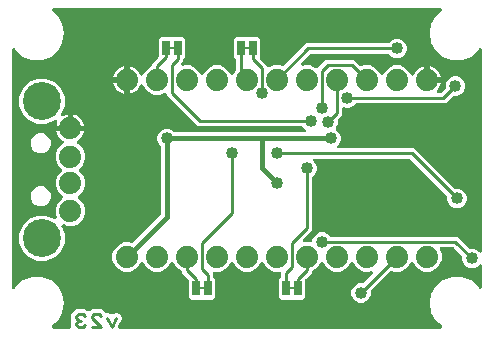
<source format=gbr>
G04 EAGLE Gerber RS-274X export*
G75*
%MOMM*%
%FSLAX34Y34*%
%LPD*%
%INBottom Copper*%
%IPPOS*%
%AMOC8*
5,1,8,0,0,1.08239X$1,22.5*%
G01*
%ADD10C,0.279400*%
%ADD11C,1.879600*%
%ADD12C,0.203200*%
%ADD13R,0.635000X1.270000*%
%ADD14C,3.216000*%
%ADD15C,1.016000*%
%ADD16C,0.254000*%
%ADD17C,0.406400*%

G36*
X52819Y4068D02*
X52819Y4068D01*
X52845Y4066D01*
X52992Y4088D01*
X53139Y4105D01*
X53164Y4113D01*
X53190Y4117D01*
X53328Y4172D01*
X53467Y4222D01*
X53489Y4236D01*
X53514Y4246D01*
X53635Y4331D01*
X53760Y4411D01*
X53778Y4430D01*
X53800Y4445D01*
X53899Y4555D01*
X54002Y4662D01*
X54016Y4684D01*
X54033Y4704D01*
X54105Y4834D01*
X54181Y4961D01*
X54189Y4986D01*
X54202Y5009D01*
X54242Y5152D01*
X54287Y5293D01*
X54289Y5319D01*
X54297Y5344D01*
X54316Y5588D01*
X54316Y16582D01*
X58827Y21092D01*
X66323Y21092D01*
X68047Y19369D01*
X68067Y19353D01*
X68084Y19333D01*
X68204Y19245D01*
X68320Y19152D01*
X68343Y19141D01*
X68365Y19126D01*
X68501Y19067D01*
X68635Y19004D01*
X68661Y18998D01*
X68685Y18988D01*
X68831Y18961D01*
X68976Y18930D01*
X69002Y18931D01*
X69028Y18926D01*
X69176Y18934D01*
X69324Y18936D01*
X69349Y18943D01*
X69376Y18944D01*
X69518Y18985D01*
X69662Y19021D01*
X69685Y19033D01*
X69711Y19040D01*
X69840Y19113D01*
X69972Y19181D01*
X69992Y19198D01*
X70015Y19211D01*
X70201Y19369D01*
X71924Y21092D01*
X79421Y21092D01*
X82682Y17831D01*
X82784Y17750D01*
X82881Y17663D01*
X82920Y17642D01*
X82955Y17615D01*
X83072Y17559D01*
X83187Y17496D01*
X83230Y17485D01*
X83270Y17466D01*
X83397Y17438D01*
X83523Y17403D01*
X83567Y17402D01*
X83611Y17392D01*
X83741Y17394D01*
X83871Y17389D01*
X83915Y17397D01*
X83959Y17398D01*
X84085Y17430D01*
X84213Y17454D01*
X84265Y17475D01*
X84297Y17483D01*
X84341Y17506D01*
X84440Y17546D01*
X84615Y17633D01*
X88288Y16409D01*
X88306Y16405D01*
X88323Y16398D01*
X88476Y16370D01*
X88629Y16338D01*
X88648Y16338D01*
X88666Y16335D01*
X88822Y16342D01*
X88978Y16345D01*
X88995Y16350D01*
X89014Y16351D01*
X89251Y16409D01*
X92924Y17633D01*
X96218Y15986D01*
X97383Y12492D01*
X94271Y6269D01*
X94261Y6241D01*
X94246Y6215D01*
X94202Y6078D01*
X94152Y5942D01*
X94149Y5912D01*
X94139Y5883D01*
X94128Y5739D01*
X94111Y5596D01*
X94114Y5566D01*
X94111Y5536D01*
X94133Y5393D01*
X94149Y5249D01*
X94159Y5221D01*
X94163Y5191D01*
X94216Y5057D01*
X94264Y4921D01*
X94281Y4895D01*
X94292Y4867D01*
X94374Y4749D01*
X94452Y4627D01*
X94474Y4606D01*
X94491Y4581D01*
X94598Y4484D01*
X94701Y4383D01*
X94727Y4368D01*
X94750Y4348D01*
X94876Y4278D01*
X95000Y4203D01*
X95028Y4194D01*
X95055Y4179D01*
X95194Y4140D01*
X95331Y4095D01*
X95361Y4093D01*
X95390Y4084D01*
X95634Y4065D01*
X367072Y4065D01*
X367237Y4084D01*
X367403Y4101D01*
X367410Y4104D01*
X367418Y4105D01*
X367575Y4161D01*
X367732Y4215D01*
X367738Y4219D01*
X367746Y4222D01*
X367886Y4312D01*
X368027Y4401D01*
X368032Y4407D01*
X368039Y4411D01*
X368154Y4531D01*
X368271Y4649D01*
X368275Y4656D01*
X368281Y4662D01*
X368366Y4805D01*
X368453Y4947D01*
X368456Y4954D01*
X368460Y4961D01*
X368510Y5118D01*
X368563Y5278D01*
X368564Y5285D01*
X368566Y5293D01*
X368579Y5458D01*
X368594Y5625D01*
X368593Y5632D01*
X368594Y5640D01*
X368569Y5805D01*
X368546Y5970D01*
X368543Y5977D01*
X368542Y5985D01*
X368481Y6140D01*
X368421Y6295D01*
X368416Y6301D01*
X368413Y6309D01*
X368319Y6445D01*
X368225Y6583D01*
X368218Y6590D01*
X368215Y6595D01*
X368195Y6612D01*
X368051Y6755D01*
X363415Y10644D01*
X359429Y17549D01*
X358044Y25400D01*
X359429Y33251D01*
X363415Y40155D01*
X369522Y45280D01*
X377014Y48007D01*
X384986Y48007D01*
X392478Y45280D01*
X398585Y40156D01*
X399493Y38583D01*
X399567Y38482D01*
X399635Y38377D01*
X399671Y38343D01*
X399700Y38303D01*
X399796Y38222D01*
X399886Y38135D01*
X399928Y38110D01*
X399966Y38078D01*
X400078Y38021D01*
X400185Y37956D01*
X400232Y37941D01*
X400276Y37919D01*
X400398Y37888D01*
X400517Y37850D01*
X400566Y37846D01*
X400615Y37834D01*
X400740Y37832D01*
X400864Y37822D01*
X400913Y37830D01*
X400963Y37829D01*
X401085Y37855D01*
X401209Y37874D01*
X401255Y37892D01*
X401304Y37903D01*
X401417Y37956D01*
X401533Y38003D01*
X401573Y38031D01*
X401618Y38052D01*
X401716Y38130D01*
X401819Y38202D01*
X401852Y38238D01*
X401891Y38269D01*
X401969Y38368D01*
X402052Y38460D01*
X402076Y38504D01*
X402107Y38543D01*
X402160Y38656D01*
X402221Y38765D01*
X402234Y38813D01*
X402256Y38858D01*
X402282Y38980D01*
X402316Y39101D01*
X402321Y39163D01*
X402328Y39199D01*
X402327Y39247D01*
X402335Y39345D01*
X402335Y56962D01*
X402324Y57062D01*
X402322Y57162D01*
X402304Y57234D01*
X402295Y57308D01*
X402262Y57403D01*
X402237Y57500D01*
X402203Y57566D01*
X402178Y57636D01*
X402123Y57721D01*
X402077Y57810D01*
X402029Y57867D01*
X401989Y57929D01*
X401917Y57999D01*
X401852Y58075D01*
X401792Y58120D01*
X401738Y58171D01*
X401652Y58223D01*
X401571Y58283D01*
X401503Y58312D01*
X401439Y58350D01*
X401343Y58381D01*
X401251Y58421D01*
X401178Y58434D01*
X401107Y58456D01*
X401007Y58465D01*
X400908Y58482D01*
X400834Y58478D01*
X400760Y58484D01*
X400660Y58470D01*
X400560Y58464D01*
X400489Y58444D01*
X400415Y58433D01*
X400322Y58396D01*
X400225Y58368D01*
X400160Y58331D01*
X400091Y58304D01*
X400009Y58247D01*
X399921Y58198D01*
X399845Y58132D01*
X399805Y58105D01*
X399781Y58079D01*
X399735Y58039D01*
X398305Y56609D01*
X395317Y55371D01*
X392083Y55371D01*
X389095Y56609D01*
X386809Y58895D01*
X385571Y61883D01*
X385571Y64890D01*
X385557Y65016D01*
X385550Y65142D01*
X385537Y65188D01*
X385531Y65236D01*
X385489Y65355D01*
X385454Y65477D01*
X385430Y65519D01*
X385414Y65564D01*
X385345Y65671D01*
X385284Y65781D01*
X385244Y65827D01*
X385225Y65857D01*
X385190Y65891D01*
X385125Y65967D01*
X378387Y72705D01*
X378288Y72784D01*
X378194Y72868D01*
X378152Y72892D01*
X378114Y72922D01*
X378000Y72976D01*
X377889Y73037D01*
X377843Y73050D01*
X377799Y73071D01*
X377676Y73097D01*
X377554Y73132D01*
X377493Y73137D01*
X377458Y73144D01*
X377410Y73143D01*
X377310Y73151D01*
X367880Y73151D01*
X367731Y73134D01*
X367581Y73122D01*
X367558Y73114D01*
X367534Y73111D01*
X367393Y73061D01*
X367249Y73015D01*
X367229Y73002D01*
X367206Y72994D01*
X367079Y72912D01*
X366951Y72835D01*
X366934Y72818D01*
X366913Y72805D01*
X366809Y72697D01*
X366701Y72592D01*
X366688Y72572D01*
X366671Y72554D01*
X366594Y72425D01*
X366513Y72299D01*
X366505Y72276D01*
X366492Y72255D01*
X366446Y72112D01*
X366396Y71970D01*
X366393Y71946D01*
X366386Y71923D01*
X366374Y71774D01*
X366357Y71624D01*
X366360Y71600D01*
X366358Y71576D01*
X366380Y71427D01*
X366398Y71278D01*
X366407Y71250D01*
X366410Y71231D01*
X366427Y71187D01*
X366473Y71045D01*
X368047Y67246D01*
X368047Y62294D01*
X366152Y57719D01*
X362651Y54218D01*
X358076Y52323D01*
X353124Y52323D01*
X348549Y54218D01*
X345048Y57719D01*
X344307Y59508D01*
X344271Y59573D01*
X344252Y59622D01*
X344239Y59640D01*
X344219Y59688D01*
X344174Y59748D01*
X344138Y59813D01*
X344071Y59887D01*
X344011Y59968D01*
X343954Y60016D01*
X343904Y60071D01*
X343821Y60128D01*
X343745Y60193D01*
X343678Y60227D01*
X343617Y60269D01*
X343524Y60306D01*
X343434Y60352D01*
X343362Y60370D01*
X343293Y60397D01*
X343194Y60412D01*
X343096Y60436D01*
X343022Y60437D01*
X342948Y60448D01*
X342848Y60439D01*
X342748Y60441D01*
X342675Y60425D01*
X342601Y60419D01*
X342505Y60388D01*
X342407Y60367D01*
X342340Y60335D01*
X342269Y60312D01*
X342183Y60260D01*
X342092Y60217D01*
X342034Y60170D01*
X341971Y60132D01*
X341898Y60062D01*
X341820Y59999D01*
X341774Y59941D01*
X341721Y59889D01*
X341682Y59829D01*
X341681Y59828D01*
X341677Y59821D01*
X341666Y59805D01*
X341604Y59726D01*
X341558Y59636D01*
X341532Y59596D01*
X341520Y59562D01*
X341510Y59542D01*
X341502Y59529D01*
X341500Y59523D01*
X341493Y59508D01*
X340752Y57719D01*
X337251Y54218D01*
X332676Y52323D01*
X327724Y52323D01*
X325933Y53065D01*
X325859Y53086D01*
X325789Y53117D01*
X325692Y53134D01*
X325598Y53161D01*
X325521Y53165D01*
X325446Y53178D01*
X325348Y53173D01*
X325250Y53178D01*
X325174Y53164D01*
X325098Y53160D01*
X325004Y53133D01*
X324907Y53115D01*
X324836Y53085D01*
X324763Y53064D01*
X324677Y53016D01*
X324587Y52977D01*
X324526Y52931D01*
X324459Y52894D01*
X324345Y52797D01*
X324307Y52769D01*
X324295Y52754D01*
X324273Y52735D01*
X308295Y36757D01*
X308216Y36658D01*
X308132Y36564D01*
X308108Y36522D01*
X308078Y36484D01*
X308024Y36370D01*
X307963Y36259D01*
X307950Y36213D01*
X307929Y36169D01*
X307903Y36046D01*
X307868Y35924D01*
X307863Y35863D01*
X307856Y35828D01*
X307857Y35780D01*
X307849Y35680D01*
X307849Y32673D01*
X306611Y29685D01*
X304325Y27399D01*
X301337Y26161D01*
X298103Y26161D01*
X295115Y27399D01*
X292829Y29685D01*
X291591Y32673D01*
X291591Y35907D01*
X292829Y38895D01*
X295115Y41181D01*
X298103Y42419D01*
X301110Y42419D01*
X301236Y42433D01*
X301362Y42440D01*
X301408Y42453D01*
X301456Y42459D01*
X301575Y42501D01*
X301697Y42536D01*
X301739Y42560D01*
X301785Y42576D01*
X301891Y42645D01*
X302001Y42706D01*
X302047Y42746D01*
X302077Y42765D01*
X302111Y42800D01*
X302187Y42865D01*
X309321Y49998D01*
X309352Y50038D01*
X309389Y50072D01*
X309460Y50174D01*
X309537Y50271D01*
X309559Y50317D01*
X309587Y50358D01*
X309633Y50474D01*
X309686Y50586D01*
X309697Y50636D01*
X309715Y50682D01*
X309733Y50806D01*
X309760Y50927D01*
X309759Y50977D01*
X309766Y51027D01*
X309756Y51152D01*
X309754Y51276D01*
X309741Y51324D01*
X309737Y51375D01*
X309699Y51493D01*
X309669Y51614D01*
X309646Y51658D01*
X309630Y51706D01*
X309566Y51813D01*
X309509Y51923D01*
X309476Y51962D01*
X309450Y52005D01*
X309364Y52094D01*
X309283Y52189D01*
X309243Y52219D01*
X309208Y52255D01*
X309103Y52322D01*
X309003Y52396D01*
X308957Y52416D01*
X308914Y52443D01*
X308797Y52485D01*
X308683Y52534D01*
X308633Y52543D01*
X308586Y52560D01*
X308462Y52574D01*
X308340Y52596D01*
X308290Y52593D01*
X308240Y52599D01*
X308116Y52584D01*
X307992Y52578D01*
X307943Y52564D01*
X307893Y52558D01*
X307661Y52483D01*
X307657Y52481D01*
X307276Y52323D01*
X302324Y52323D01*
X297749Y54218D01*
X294248Y57719D01*
X293507Y59508D01*
X293471Y59573D01*
X293452Y59622D01*
X293439Y59640D01*
X293419Y59688D01*
X293374Y59748D01*
X293338Y59813D01*
X293271Y59887D01*
X293211Y59968D01*
X293154Y60016D01*
X293104Y60071D01*
X293021Y60128D01*
X292945Y60193D01*
X292878Y60227D01*
X292817Y60269D01*
X292724Y60306D01*
X292634Y60352D01*
X292562Y60370D01*
X292493Y60397D01*
X292394Y60412D01*
X292296Y60436D01*
X292222Y60437D01*
X292148Y60448D01*
X292048Y60439D01*
X291948Y60441D01*
X291875Y60425D01*
X291801Y60419D01*
X291705Y60388D01*
X291607Y60367D01*
X291540Y60335D01*
X291469Y60312D01*
X291383Y60260D01*
X291292Y60217D01*
X291234Y60170D01*
X291171Y60132D01*
X291098Y60062D01*
X291020Y59999D01*
X290974Y59941D01*
X290921Y59889D01*
X290882Y59829D01*
X290881Y59828D01*
X290877Y59821D01*
X290866Y59805D01*
X290804Y59726D01*
X290758Y59636D01*
X290732Y59596D01*
X290720Y59562D01*
X290710Y59542D01*
X290702Y59529D01*
X290700Y59523D01*
X290693Y59508D01*
X289952Y57719D01*
X286451Y54218D01*
X281876Y52323D01*
X276924Y52323D01*
X272349Y54218D01*
X268848Y57719D01*
X268107Y59508D01*
X268071Y59573D01*
X268052Y59622D01*
X268039Y59640D01*
X268019Y59688D01*
X267974Y59748D01*
X267938Y59813D01*
X267871Y59887D01*
X267811Y59968D01*
X267754Y60016D01*
X267704Y60071D01*
X267621Y60128D01*
X267545Y60193D01*
X267478Y60227D01*
X267417Y60269D01*
X267324Y60306D01*
X267234Y60352D01*
X267162Y60370D01*
X267093Y60397D01*
X266994Y60412D01*
X266896Y60436D01*
X266822Y60437D01*
X266748Y60448D01*
X266648Y60439D01*
X266548Y60441D01*
X266475Y60425D01*
X266401Y60419D01*
X266305Y60388D01*
X266207Y60367D01*
X266140Y60335D01*
X266069Y60312D01*
X265983Y60260D01*
X265892Y60217D01*
X265834Y60170D01*
X265771Y60132D01*
X265698Y60062D01*
X265620Y59999D01*
X265574Y59941D01*
X265521Y59889D01*
X265482Y59829D01*
X265481Y59828D01*
X265477Y59821D01*
X265466Y59805D01*
X265404Y59726D01*
X265358Y59636D01*
X265332Y59596D01*
X265320Y59562D01*
X265310Y59542D01*
X265302Y59529D01*
X265300Y59523D01*
X265293Y59508D01*
X264552Y57719D01*
X261051Y54218D01*
X259259Y53476D01*
X259192Y53439D01*
X259121Y53411D01*
X259041Y53355D01*
X258954Y53307D01*
X258898Y53255D01*
X258835Y53212D01*
X258769Y53139D01*
X258696Y53073D01*
X258653Y53010D01*
X258602Y52953D01*
X258554Y52867D01*
X258498Y52786D01*
X258470Y52715D01*
X258433Y52648D01*
X258406Y52553D01*
X258370Y52462D01*
X258359Y52386D01*
X258338Y52313D01*
X258326Y52164D01*
X258319Y52117D01*
X258321Y52098D01*
X258319Y52069D01*
X258319Y51551D01*
X253050Y46282D01*
X252971Y46183D01*
X252887Y46089D01*
X252863Y46047D01*
X252833Y46009D01*
X252779Y45895D01*
X252718Y45784D01*
X252705Y45738D01*
X252684Y45694D01*
X252658Y45571D01*
X252647Y45533D01*
X252633Y45488D01*
X252632Y45479D01*
X252623Y45449D01*
X252618Y45388D01*
X252611Y45353D01*
X252612Y45305D01*
X252604Y45205D01*
X252604Y30487D01*
X250818Y28701D01*
X241467Y28701D01*
X241448Y28705D01*
X241421Y28705D01*
X241394Y28710D01*
X241247Y28702D01*
X241217Y28701D01*
X231782Y28701D01*
X229996Y30487D01*
X229996Y45713D01*
X231455Y47172D01*
X231519Y47252D01*
X231578Y47313D01*
X231589Y47332D01*
X231618Y47365D01*
X231642Y47407D01*
X231672Y47445D01*
X231726Y47559D01*
X231738Y47581D01*
X231756Y47612D01*
X231758Y47618D01*
X231787Y47670D01*
X231800Y47716D01*
X231821Y47760D01*
X231847Y47883D01*
X231882Y48005D01*
X231887Y48066D01*
X231894Y48100D01*
X231893Y48148D01*
X231901Y48249D01*
X231901Y50800D01*
X231898Y50826D01*
X231900Y50852D01*
X231878Y50999D01*
X231861Y51146D01*
X231853Y51171D01*
X231849Y51197D01*
X231794Y51335D01*
X231744Y51474D01*
X231730Y51496D01*
X231720Y51521D01*
X231635Y51642D01*
X231555Y51767D01*
X231536Y51785D01*
X231521Y51807D01*
X231411Y51906D01*
X231304Y52009D01*
X231282Y52023D01*
X231262Y52040D01*
X231132Y52112D01*
X231005Y52188D01*
X230980Y52196D01*
X230957Y52209D01*
X230814Y52249D01*
X230673Y52294D01*
X230647Y52296D01*
X230622Y52304D01*
X230378Y52323D01*
X226124Y52323D01*
X221549Y54218D01*
X218048Y57719D01*
X217307Y59508D01*
X217271Y59573D01*
X217252Y59622D01*
X217239Y59640D01*
X217219Y59688D01*
X217174Y59748D01*
X217138Y59813D01*
X217071Y59887D01*
X217011Y59968D01*
X216954Y60016D01*
X216904Y60071D01*
X216821Y60128D01*
X216745Y60193D01*
X216678Y60227D01*
X216617Y60269D01*
X216524Y60306D01*
X216434Y60352D01*
X216362Y60370D01*
X216293Y60397D01*
X216194Y60412D01*
X216096Y60436D01*
X216022Y60437D01*
X215948Y60448D01*
X215848Y60439D01*
X215748Y60441D01*
X215675Y60425D01*
X215601Y60419D01*
X215505Y60388D01*
X215407Y60367D01*
X215340Y60335D01*
X215269Y60312D01*
X215183Y60260D01*
X215092Y60217D01*
X215034Y60170D01*
X214971Y60132D01*
X214898Y60062D01*
X214820Y59999D01*
X214774Y59941D01*
X214721Y59889D01*
X214682Y59829D01*
X214681Y59828D01*
X214677Y59821D01*
X214666Y59805D01*
X214604Y59726D01*
X214558Y59636D01*
X214532Y59596D01*
X214520Y59562D01*
X214510Y59542D01*
X214502Y59529D01*
X214500Y59523D01*
X214493Y59508D01*
X213752Y57719D01*
X210251Y54218D01*
X205676Y52323D01*
X200724Y52323D01*
X196149Y54218D01*
X192648Y57719D01*
X191907Y59508D01*
X191871Y59573D01*
X191852Y59622D01*
X191839Y59640D01*
X191819Y59688D01*
X191774Y59748D01*
X191738Y59813D01*
X191671Y59887D01*
X191611Y59968D01*
X191554Y60016D01*
X191504Y60071D01*
X191421Y60128D01*
X191345Y60193D01*
X191278Y60227D01*
X191217Y60269D01*
X191124Y60306D01*
X191034Y60352D01*
X190962Y60370D01*
X190893Y60397D01*
X190794Y60412D01*
X190696Y60436D01*
X190622Y60437D01*
X190548Y60448D01*
X190448Y60439D01*
X190348Y60441D01*
X190275Y60425D01*
X190201Y60419D01*
X190105Y60388D01*
X190007Y60367D01*
X189940Y60335D01*
X189869Y60312D01*
X189783Y60260D01*
X189692Y60217D01*
X189634Y60170D01*
X189571Y60132D01*
X189498Y60062D01*
X189420Y59999D01*
X189374Y59941D01*
X189321Y59889D01*
X189282Y59829D01*
X189281Y59828D01*
X189277Y59821D01*
X189266Y59805D01*
X189204Y59726D01*
X189158Y59636D01*
X189132Y59596D01*
X189120Y59562D01*
X189110Y59542D01*
X189102Y59529D01*
X189100Y59523D01*
X189093Y59508D01*
X188352Y57719D01*
X184851Y54218D01*
X180276Y52323D01*
X176022Y52323D01*
X175996Y52320D01*
X175970Y52322D01*
X175823Y52300D01*
X175676Y52283D01*
X175651Y52275D01*
X175625Y52271D01*
X175487Y52216D01*
X175348Y52166D01*
X175326Y52152D01*
X175301Y52142D01*
X175180Y52057D01*
X175055Y51977D01*
X175037Y51958D01*
X175015Y51943D01*
X174916Y51833D01*
X174813Y51726D01*
X174799Y51704D01*
X174782Y51684D01*
X174710Y51554D01*
X174634Y51427D01*
X174626Y51402D01*
X174613Y51379D01*
X174573Y51236D01*
X174528Y51095D01*
X174526Y51069D01*
X174518Y51044D01*
X174499Y50800D01*
X174499Y48249D01*
X174513Y48123D01*
X174520Y47997D01*
X174533Y47951D01*
X174539Y47903D01*
X174581Y47784D01*
X174616Y47662D01*
X174640Y47620D01*
X174656Y47574D01*
X174686Y47528D01*
X174690Y47518D01*
X174725Y47468D01*
X174786Y47358D01*
X174826Y47312D01*
X174845Y47282D01*
X174873Y47254D01*
X174889Y47232D01*
X174909Y47214D01*
X174945Y47172D01*
X176404Y45713D01*
X176404Y30487D01*
X174618Y28701D01*
X165268Y28701D01*
X165250Y28705D01*
X165223Y28705D01*
X165196Y28709D01*
X165049Y28702D01*
X165011Y28701D01*
X155582Y28701D01*
X153796Y30487D01*
X153796Y45205D01*
X153794Y45226D01*
X153795Y45245D01*
X153781Y45337D01*
X153775Y45457D01*
X153762Y45503D01*
X153756Y45551D01*
X153744Y45585D01*
X153744Y45589D01*
X153735Y45611D01*
X153714Y45670D01*
X153679Y45792D01*
X153655Y45834D01*
X153639Y45879D01*
X153570Y45986D01*
X153509Y46096D01*
X153469Y46142D01*
X153450Y46172D01*
X153415Y46206D01*
X153350Y46282D01*
X148081Y51551D01*
X148081Y52069D01*
X148073Y52145D01*
X148074Y52221D01*
X148053Y52317D01*
X148041Y52415D01*
X148016Y52487D01*
X147999Y52562D01*
X147957Y52650D01*
X147924Y52743D01*
X147882Y52807D01*
X147850Y52876D01*
X147788Y52953D01*
X147735Y53036D01*
X147680Y53089D01*
X147632Y53149D01*
X147555Y53210D01*
X147484Y53278D01*
X147419Y53317D01*
X147359Y53365D01*
X147225Y53433D01*
X147185Y53457D01*
X147167Y53463D01*
X147141Y53476D01*
X145349Y54218D01*
X141848Y57719D01*
X141107Y59508D01*
X141071Y59573D01*
X141052Y59622D01*
X141039Y59640D01*
X141019Y59688D01*
X140974Y59748D01*
X140938Y59813D01*
X140871Y59887D01*
X140811Y59968D01*
X140754Y60016D01*
X140704Y60071D01*
X140621Y60128D01*
X140545Y60193D01*
X140478Y60227D01*
X140417Y60269D01*
X140324Y60306D01*
X140234Y60352D01*
X140162Y60370D01*
X140093Y60397D01*
X139994Y60412D01*
X139896Y60436D01*
X139822Y60437D01*
X139748Y60448D01*
X139648Y60439D01*
X139548Y60441D01*
X139475Y60425D01*
X139401Y60419D01*
X139305Y60388D01*
X139207Y60367D01*
X139140Y60335D01*
X139069Y60312D01*
X138983Y60260D01*
X138892Y60217D01*
X138834Y60170D01*
X138771Y60132D01*
X138698Y60062D01*
X138620Y59999D01*
X138574Y59941D01*
X138521Y59889D01*
X138482Y59829D01*
X138481Y59828D01*
X138477Y59821D01*
X138466Y59805D01*
X138404Y59726D01*
X138358Y59636D01*
X138332Y59596D01*
X138320Y59562D01*
X138310Y59542D01*
X138302Y59529D01*
X138300Y59523D01*
X138293Y59508D01*
X137552Y57719D01*
X134051Y54218D01*
X129476Y52323D01*
X124524Y52323D01*
X119949Y54218D01*
X116448Y57719D01*
X115707Y59508D01*
X115671Y59573D01*
X115652Y59622D01*
X115639Y59640D01*
X115619Y59688D01*
X115574Y59748D01*
X115538Y59813D01*
X115471Y59887D01*
X115411Y59968D01*
X115354Y60016D01*
X115304Y60071D01*
X115221Y60128D01*
X115145Y60193D01*
X115078Y60227D01*
X115017Y60269D01*
X114924Y60306D01*
X114834Y60352D01*
X114762Y60370D01*
X114693Y60397D01*
X114594Y60412D01*
X114496Y60436D01*
X114422Y60437D01*
X114348Y60448D01*
X114248Y60439D01*
X114148Y60441D01*
X114075Y60425D01*
X114001Y60419D01*
X113905Y60388D01*
X113807Y60367D01*
X113740Y60335D01*
X113669Y60312D01*
X113583Y60260D01*
X113492Y60217D01*
X113434Y60170D01*
X113371Y60132D01*
X113298Y60062D01*
X113220Y59999D01*
X113174Y59941D01*
X113121Y59889D01*
X113082Y59829D01*
X113081Y59828D01*
X113077Y59821D01*
X113066Y59805D01*
X113004Y59726D01*
X112958Y59636D01*
X112932Y59596D01*
X112920Y59562D01*
X112910Y59542D01*
X112902Y59529D01*
X112900Y59523D01*
X112893Y59508D01*
X112152Y57719D01*
X108651Y54218D01*
X104076Y52323D01*
X99124Y52323D01*
X94549Y54218D01*
X91048Y57719D01*
X89153Y62294D01*
X89153Y67246D01*
X91048Y71821D01*
X94549Y75322D01*
X99124Y77217D01*
X104076Y77217D01*
X105105Y76790D01*
X105179Y76769D01*
X105249Y76739D01*
X105346Y76722D01*
X105440Y76695D01*
X105517Y76691D01*
X105592Y76677D01*
X105690Y76682D01*
X105788Y76678D01*
X105864Y76691D01*
X105940Y76695D01*
X106034Y76723D01*
X106131Y76740D01*
X106201Y76771D01*
X106275Y76792D01*
X106361Y76840D01*
X106451Y76879D01*
X106512Y76925D01*
X106579Y76962D01*
X106693Y77059D01*
X106731Y77087D01*
X106743Y77102D01*
X106765Y77121D01*
X129973Y100328D01*
X130052Y100427D01*
X130136Y100521D01*
X130160Y100564D01*
X130190Y100601D01*
X130244Y100716D01*
X130305Y100826D01*
X130318Y100873D01*
X130339Y100916D01*
X130365Y101040D01*
X130400Y101162D01*
X130405Y101222D01*
X130412Y101257D01*
X130411Y101305D01*
X130419Y101405D01*
X130419Y158054D01*
X130405Y158180D01*
X130398Y158306D01*
X130385Y158352D01*
X130379Y158400D01*
X130337Y158519D01*
X130302Y158641D01*
X130278Y158683D01*
X130262Y158728D01*
X130193Y158835D01*
X130132Y158945D01*
X130092Y158991D01*
X130073Y159021D01*
X130038Y159055D01*
X129973Y159131D01*
X128609Y160495D01*
X127371Y163483D01*
X127371Y166717D01*
X128609Y169705D01*
X130895Y171991D01*
X133883Y173229D01*
X137117Y173229D01*
X140105Y171991D01*
X141469Y170627D01*
X141568Y170548D01*
X141662Y170464D01*
X141704Y170440D01*
X141742Y170410D01*
X141856Y170356D01*
X141967Y170295D01*
X142013Y170282D01*
X142057Y170261D01*
X142180Y170235D01*
X142302Y170200D01*
X142363Y170195D01*
X142398Y170188D01*
X142446Y170189D01*
X142546Y170181D01*
X251526Y170181D01*
X251626Y170192D01*
X251726Y170194D01*
X251798Y170212D01*
X251872Y170221D01*
X251967Y170254D01*
X252064Y170279D01*
X252130Y170313D01*
X252200Y170338D01*
X252285Y170393D01*
X252374Y170439D01*
X252431Y170487D01*
X252493Y170527D01*
X252563Y170599D01*
X252639Y170664D01*
X252684Y170724D01*
X252735Y170778D01*
X252787Y170864D01*
X252847Y170945D01*
X252876Y171013D01*
X252914Y171077D01*
X252945Y171173D01*
X252985Y171265D01*
X252998Y171338D01*
X253020Y171409D01*
X253029Y171509D01*
X253046Y171608D01*
X253042Y171682D01*
X253048Y171756D01*
X253034Y171856D01*
X253028Y171956D01*
X253008Y172027D01*
X252997Y172101D01*
X252960Y172194D01*
X252932Y172291D01*
X252895Y172356D01*
X252868Y172425D01*
X252811Y172507D01*
X252762Y172595D01*
X252697Y172671D01*
X252669Y172711D01*
X252643Y172735D01*
X252603Y172781D01*
X250444Y174940D01*
X250345Y175019D01*
X250251Y175103D01*
X250209Y175127D01*
X250171Y175157D01*
X250057Y175211D01*
X249946Y175272D01*
X249900Y175285D01*
X249856Y175306D01*
X249733Y175332D01*
X249611Y175367D01*
X249550Y175372D01*
X249515Y175379D01*
X249467Y175378D01*
X249367Y175386D01*
X161406Y175386D01*
X135381Y201411D01*
X135381Y202350D01*
X135364Y202499D01*
X135352Y202649D01*
X135344Y202672D01*
X135341Y202696D01*
X135291Y202837D01*
X135245Y202981D01*
X135232Y203001D01*
X135224Y203024D01*
X135142Y203151D01*
X135065Y203279D01*
X135048Y203296D01*
X135035Y203317D01*
X134927Y203421D01*
X134822Y203529D01*
X134802Y203542D01*
X134784Y203559D01*
X134655Y203636D01*
X134529Y203717D01*
X134506Y203725D01*
X134485Y203738D01*
X134342Y203784D01*
X134200Y203834D01*
X134176Y203837D01*
X134153Y203844D01*
X134004Y203856D01*
X133854Y203873D01*
X133830Y203870D01*
X133806Y203872D01*
X133657Y203850D01*
X133508Y203832D01*
X133480Y203823D01*
X133461Y203820D01*
X133417Y203803D01*
X133275Y203757D01*
X129476Y202183D01*
X124524Y202183D01*
X119949Y204078D01*
X116448Y207579D01*
X115452Y209984D01*
X115432Y210020D01*
X115419Y210059D01*
X115348Y210172D01*
X115283Y210289D01*
X115255Y210319D01*
X115234Y210354D01*
X115138Y210448D01*
X115049Y210547D01*
X115015Y210570D01*
X114986Y210599D01*
X114872Y210669D01*
X114762Y210745D01*
X114724Y210760D01*
X114689Y210782D01*
X114562Y210824D01*
X114438Y210873D01*
X114397Y210879D01*
X114359Y210892D01*
X114225Y210905D01*
X114093Y210924D01*
X114052Y210921D01*
X114012Y210924D01*
X113879Y210906D01*
X113746Y210895D01*
X113707Y210883D01*
X113666Y210877D01*
X113542Y210829D01*
X113414Y210788D01*
X113379Y210767D01*
X113341Y210752D01*
X113230Y210677D01*
X113115Y210608D01*
X113086Y210580D01*
X113052Y210557D01*
X112961Y210459D01*
X112865Y210366D01*
X112843Y210331D01*
X112816Y210301D01*
X112687Y210093D01*
X111811Y208373D01*
X110706Y206852D01*
X109378Y205524D01*
X107857Y204419D01*
X106183Y203566D01*
X104396Y202985D01*
X104139Y202945D01*
X104139Y213614D01*
X104136Y213640D01*
X104138Y213666D01*
X104116Y213813D01*
X104099Y213960D01*
X104091Y213985D01*
X104087Y214011D01*
X104032Y214148D01*
X103982Y214288D01*
X103968Y214310D01*
X103958Y214335D01*
X103873Y214456D01*
X103793Y214581D01*
X103774Y214599D01*
X103759Y214621D01*
X103743Y214635D01*
X103825Y214720D01*
X103839Y214743D01*
X103856Y214762D01*
X103928Y214892D01*
X104004Y215019D01*
X104012Y215044D01*
X104025Y215067D01*
X104065Y215210D01*
X104110Y215351D01*
X104112Y215377D01*
X104120Y215402D01*
X104139Y215646D01*
X104139Y226315D01*
X104396Y226275D01*
X106183Y225694D01*
X107857Y224841D01*
X109378Y223736D01*
X110706Y222408D01*
X111811Y220887D01*
X112687Y219167D01*
X112710Y219133D01*
X112726Y219096D01*
X112806Y218988D01*
X112880Y218877D01*
X112910Y218849D01*
X112934Y218816D01*
X113036Y218730D01*
X113134Y218638D01*
X113169Y218617D01*
X113200Y218591D01*
X113319Y218530D01*
X113435Y218462D01*
X113474Y218451D01*
X113510Y218432D01*
X113640Y218400D01*
X113768Y218360D01*
X113809Y218358D01*
X113849Y218348D01*
X113983Y218346D01*
X114116Y218337D01*
X114156Y218343D01*
X114197Y218343D01*
X114328Y218371D01*
X114460Y218393D01*
X114498Y218408D01*
X114538Y218417D01*
X114659Y218475D01*
X114782Y218526D01*
X114815Y218549D01*
X114852Y218567D01*
X114957Y218650D01*
X115066Y218728D01*
X115093Y218759D01*
X115125Y218784D01*
X115208Y218889D01*
X115296Y218990D01*
X115315Y219026D01*
X115341Y219058D01*
X115452Y219276D01*
X116448Y221681D01*
X119949Y225182D01*
X121741Y225924D01*
X121808Y225961D01*
X121879Y225989D01*
X121959Y226045D01*
X122046Y226093D01*
X122102Y226145D01*
X122165Y226188D01*
X122231Y226261D01*
X122304Y226327D01*
X122347Y226390D01*
X122398Y226447D01*
X122446Y226533D01*
X122502Y226614D01*
X122530Y226685D01*
X122567Y226752D01*
X122594Y226847D01*
X122630Y226938D01*
X122641Y227014D01*
X122662Y227087D01*
X122674Y227236D01*
X122681Y227283D01*
X122679Y227302D01*
X122681Y227331D01*
X122681Y227849D01*
X127950Y233118D01*
X128029Y233217D01*
X128113Y233311D01*
X128137Y233353D01*
X128167Y233391D01*
X128221Y233505D01*
X128282Y233616D01*
X128295Y233662D01*
X128316Y233706D01*
X128342Y233829D01*
X128377Y233951D01*
X128382Y234012D01*
X128389Y234047D01*
X128388Y234095D01*
X128396Y234195D01*
X128396Y248913D01*
X130182Y250699D01*
X139533Y250699D01*
X139552Y250695D01*
X139579Y250695D01*
X139606Y250690D01*
X139753Y250698D01*
X139783Y250699D01*
X149218Y250699D01*
X151004Y248913D01*
X151004Y233687D01*
X149545Y232228D01*
X149466Y232129D01*
X149382Y232035D01*
X149358Y231993D01*
X149328Y231955D01*
X149274Y231841D01*
X149213Y231730D01*
X149200Y231684D01*
X149179Y231640D01*
X149153Y231517D01*
X149118Y231395D01*
X149113Y231334D01*
X149106Y231299D01*
X149107Y231251D01*
X149099Y231151D01*
X149099Y230621D01*
X147879Y229402D01*
X147848Y229362D01*
X147811Y229328D01*
X147740Y229226D01*
X147663Y229129D01*
X147641Y229083D01*
X147613Y229042D01*
X147567Y228926D01*
X147514Y228814D01*
X147503Y228764D01*
X147485Y228718D01*
X147467Y228594D01*
X147440Y228473D01*
X147441Y228423D01*
X147434Y228373D01*
X147444Y228248D01*
X147446Y228124D01*
X147459Y228076D01*
X147463Y228025D01*
X147501Y227907D01*
X147531Y227786D01*
X147554Y227742D01*
X147570Y227694D01*
X147634Y227587D01*
X147691Y227477D01*
X147724Y227438D01*
X147750Y227395D01*
X147836Y227306D01*
X147917Y227211D01*
X147957Y227181D01*
X147992Y227145D01*
X148097Y227078D01*
X148197Y227004D01*
X148243Y226984D01*
X148286Y226957D01*
X148403Y226915D01*
X148517Y226866D01*
X148567Y226857D01*
X148614Y226840D01*
X148738Y226826D01*
X148860Y226804D01*
X148910Y226807D01*
X148960Y226801D01*
X149084Y226816D01*
X149208Y226822D01*
X149257Y226836D01*
X149307Y226842D01*
X149539Y226917D01*
X149543Y226919D01*
X149924Y227077D01*
X154876Y227077D01*
X159451Y225182D01*
X162952Y221681D01*
X163693Y219892D01*
X163741Y219804D01*
X163781Y219712D01*
X163826Y219652D01*
X163862Y219587D01*
X163929Y219513D01*
X163989Y219432D01*
X164046Y219384D01*
X164096Y219329D01*
X164179Y219272D01*
X164255Y219207D01*
X164322Y219173D01*
X164383Y219131D01*
X164476Y219094D01*
X164566Y219048D01*
X164638Y219030D01*
X164707Y219003D01*
X164806Y218988D01*
X164904Y218964D01*
X164978Y218963D01*
X165052Y218952D01*
X165152Y218961D01*
X165252Y218959D01*
X165325Y218975D01*
X165399Y218981D01*
X165495Y219012D01*
X165593Y219033D01*
X165660Y219065D01*
X165731Y219088D01*
X165817Y219140D01*
X165908Y219183D01*
X165966Y219230D01*
X166029Y219268D01*
X166101Y219338D01*
X166180Y219401D01*
X166226Y219459D01*
X166279Y219511D01*
X166334Y219595D01*
X166396Y219674D01*
X166442Y219763D01*
X166468Y219804D01*
X166480Y219838D01*
X166507Y219892D01*
X167248Y221681D01*
X170749Y225182D01*
X175324Y227077D01*
X180276Y227077D01*
X184851Y225182D01*
X188352Y221681D01*
X189093Y219892D01*
X189141Y219804D01*
X189181Y219712D01*
X189226Y219652D01*
X189262Y219587D01*
X189329Y219513D01*
X189389Y219432D01*
X189446Y219384D01*
X189496Y219329D01*
X189579Y219272D01*
X189655Y219207D01*
X189722Y219173D01*
X189783Y219131D01*
X189876Y219094D01*
X189966Y219048D01*
X190038Y219030D01*
X190107Y219003D01*
X190206Y218988D01*
X190304Y218964D01*
X190378Y218963D01*
X190452Y218952D01*
X190552Y218961D01*
X190652Y218959D01*
X190725Y218975D01*
X190799Y218981D01*
X190895Y219012D01*
X190993Y219033D01*
X191060Y219065D01*
X191131Y219088D01*
X191217Y219140D01*
X191308Y219183D01*
X191366Y219230D01*
X191429Y219268D01*
X191501Y219338D01*
X191580Y219401D01*
X191626Y219459D01*
X191679Y219511D01*
X191734Y219595D01*
X191796Y219674D01*
X191842Y219763D01*
X191868Y219804D01*
X191880Y219838D01*
X191907Y219892D01*
X192648Y221681D01*
X193355Y222387D01*
X193425Y222476D01*
X193435Y222486D01*
X193439Y222492D01*
X193518Y222580D01*
X193542Y222623D01*
X193572Y222660D01*
X193626Y222775D01*
X193687Y222885D01*
X193700Y222932D01*
X193721Y222976D01*
X193747Y223099D01*
X193782Y223221D01*
X193787Y223282D01*
X193794Y223316D01*
X193793Y223364D01*
X193801Y223465D01*
X193801Y231151D01*
X193787Y231277D01*
X193780Y231403D01*
X193767Y231449D01*
X193761Y231497D01*
X193719Y231616D01*
X193684Y231738D01*
X193660Y231780D01*
X193644Y231826D01*
X193575Y231932D01*
X193514Y232042D01*
X193474Y232088D01*
X193455Y232118D01*
X193420Y232152D01*
X193355Y232228D01*
X191896Y233687D01*
X191896Y248913D01*
X193682Y250699D01*
X203032Y250699D01*
X203050Y250695D01*
X203077Y250695D01*
X203104Y250691D01*
X203251Y250698D01*
X203289Y250699D01*
X212718Y250699D01*
X214504Y248913D01*
X214504Y233566D01*
X214481Y233512D01*
X214417Y233378D01*
X214412Y233352D01*
X214401Y233328D01*
X214375Y233182D01*
X214344Y233037D01*
X214344Y233011D01*
X214339Y232985D01*
X214347Y232837D01*
X214350Y232689D01*
X214356Y232663D01*
X214357Y232637D01*
X214398Y232495D01*
X214435Y232351D01*
X214447Y232328D01*
X214454Y232302D01*
X214526Y232173D01*
X214594Y232041D01*
X214611Y232021D01*
X214624Y231998D01*
X214783Y231812D01*
X220408Y226186D01*
X220458Y226109D01*
X220535Y225981D01*
X220552Y225964D01*
X220565Y225943D01*
X220673Y225839D01*
X220778Y225731D01*
X220798Y225718D01*
X220816Y225701D01*
X220945Y225624D01*
X221071Y225543D01*
X221094Y225535D01*
X221115Y225522D01*
X221258Y225476D01*
X221400Y225426D01*
X221424Y225423D01*
X221447Y225416D01*
X221596Y225404D01*
X221746Y225387D01*
X221770Y225390D01*
X221794Y225388D01*
X221943Y225410D01*
X222092Y225428D01*
X222120Y225437D01*
X222139Y225440D01*
X222183Y225457D01*
X222325Y225503D01*
X226124Y227077D01*
X231076Y227077D01*
X232867Y226335D01*
X232941Y226314D01*
X233011Y226283D01*
X233108Y226266D01*
X233202Y226239D01*
X233279Y226235D01*
X233354Y226222D01*
X233452Y226227D01*
X233550Y226222D01*
X233626Y226236D01*
X233702Y226240D01*
X233796Y226267D01*
X233893Y226285D01*
X233963Y226315D01*
X234037Y226336D01*
X234123Y226384D01*
X234213Y226423D01*
X234274Y226469D01*
X234341Y226506D01*
X234455Y226603D01*
X234493Y226631D01*
X234505Y226646D01*
X234527Y226665D01*
X253481Y245619D01*
X322392Y245619D01*
X322518Y245633D01*
X322644Y245640D01*
X322690Y245653D01*
X322738Y245659D01*
X322857Y245701D01*
X322979Y245736D01*
X323021Y245760D01*
X323066Y245776D01*
X323173Y245845D01*
X323283Y245906D01*
X323329Y245946D01*
X323359Y245965D01*
X323393Y246000D01*
X323469Y246065D01*
X325595Y248191D01*
X328583Y249429D01*
X331817Y249429D01*
X334805Y248191D01*
X337091Y245905D01*
X338329Y242917D01*
X338329Y239683D01*
X337091Y236695D01*
X334805Y234409D01*
X331817Y233171D01*
X328583Y233171D01*
X325595Y234409D01*
X323469Y236535D01*
X323370Y236614D01*
X323276Y236698D01*
X323234Y236722D01*
X323196Y236752D01*
X323082Y236806D01*
X322971Y236867D01*
X322925Y236880D01*
X322881Y236901D01*
X322758Y236927D01*
X322636Y236962D01*
X322575Y236967D01*
X322540Y236974D01*
X322492Y236973D01*
X322392Y236981D01*
X257690Y236981D01*
X257564Y236967D01*
X257438Y236960D01*
X257392Y236947D01*
X257344Y236941D01*
X257225Y236899D01*
X257103Y236864D01*
X257061Y236840D01*
X257016Y236824D01*
X256909Y236755D01*
X256799Y236694D01*
X256753Y236654D01*
X256723Y236635D01*
X256689Y236600D01*
X256613Y236535D01*
X249479Y229402D01*
X249448Y229362D01*
X249411Y229328D01*
X249340Y229226D01*
X249263Y229129D01*
X249241Y229083D01*
X249213Y229042D01*
X249167Y228926D01*
X249114Y228814D01*
X249103Y228764D01*
X249085Y228717D01*
X249067Y228594D01*
X249040Y228473D01*
X249041Y228423D01*
X249034Y228373D01*
X249044Y228249D01*
X249046Y228124D01*
X249059Y228076D01*
X249063Y228025D01*
X249101Y227907D01*
X249131Y227786D01*
X249155Y227742D01*
X249170Y227694D01*
X249234Y227587D01*
X249291Y227477D01*
X249324Y227438D01*
X249350Y227395D01*
X249436Y227306D01*
X249517Y227211D01*
X249557Y227181D01*
X249592Y227145D01*
X249697Y227078D01*
X249797Y227004D01*
X249843Y226984D01*
X249886Y226957D01*
X250003Y226915D01*
X250117Y226866D01*
X250167Y226857D01*
X250214Y226840D01*
X250338Y226826D01*
X250460Y226804D01*
X250510Y226807D01*
X250561Y226801D01*
X250684Y226816D01*
X250808Y226822D01*
X250857Y226836D01*
X250907Y226842D01*
X251139Y226917D01*
X251524Y227077D01*
X256476Y227077D01*
X261050Y225182D01*
X261210Y225022D01*
X261231Y225006D01*
X261248Y224986D01*
X261367Y224898D01*
X261483Y224805D01*
X261507Y224794D01*
X261528Y224779D01*
X261664Y224720D01*
X261798Y224657D01*
X261824Y224651D01*
X261848Y224641D01*
X261994Y224614D01*
X262139Y224583D01*
X262165Y224584D01*
X262191Y224579D01*
X262339Y224587D01*
X262487Y224589D01*
X262513Y224596D01*
X262539Y224597D01*
X262682Y224638D01*
X262825Y224674D01*
X262849Y224686D01*
X262874Y224693D01*
X263004Y224766D01*
X263135Y224834D01*
X263155Y224851D01*
X263178Y224864D01*
X263364Y225022D01*
X267015Y228673D01*
X269991Y231649D01*
X293889Y231649D01*
X298873Y226665D01*
X298933Y226617D01*
X298986Y226563D01*
X299069Y226509D01*
X299146Y226448D01*
X299215Y226416D01*
X299279Y226374D01*
X299372Y226341D01*
X299461Y226299D01*
X299535Y226283D01*
X299608Y226258D01*
X299706Y226247D01*
X299802Y226226D01*
X299878Y226227D01*
X299954Y226219D01*
X300052Y226230D01*
X300150Y226232D01*
X300224Y226251D01*
X300300Y226260D01*
X300442Y226305D01*
X300488Y226317D01*
X300505Y226326D01*
X300533Y226335D01*
X302324Y227077D01*
X307276Y227077D01*
X311851Y225182D01*
X315352Y221681D01*
X316093Y219892D01*
X316141Y219804D01*
X316181Y219712D01*
X316226Y219652D01*
X316262Y219587D01*
X316329Y219513D01*
X316389Y219432D01*
X316446Y219384D01*
X316496Y219329D01*
X316579Y219272D01*
X316655Y219207D01*
X316722Y219173D01*
X316783Y219131D01*
X316876Y219094D01*
X316966Y219048D01*
X317038Y219030D01*
X317107Y219003D01*
X317206Y218988D01*
X317304Y218964D01*
X317378Y218963D01*
X317452Y218952D01*
X317552Y218961D01*
X317652Y218959D01*
X317725Y218975D01*
X317799Y218981D01*
X317895Y219012D01*
X317993Y219033D01*
X318060Y219065D01*
X318131Y219088D01*
X318217Y219140D01*
X318308Y219183D01*
X318366Y219230D01*
X318429Y219268D01*
X318502Y219338D01*
X318580Y219401D01*
X318626Y219459D01*
X318679Y219511D01*
X318734Y219595D01*
X318796Y219674D01*
X318842Y219764D01*
X318868Y219804D01*
X318880Y219838D01*
X318907Y219892D01*
X319648Y221681D01*
X323149Y225182D01*
X327724Y227077D01*
X332676Y227077D01*
X337251Y225182D01*
X340752Y221681D01*
X341748Y219276D01*
X341768Y219240D01*
X341781Y219201D01*
X341852Y219088D01*
X341917Y218971D01*
X341945Y218941D01*
X341966Y218906D01*
X342061Y218812D01*
X342151Y218713D01*
X342185Y218690D01*
X342214Y218661D01*
X342328Y218591D01*
X342438Y218515D01*
X342476Y218500D01*
X342511Y218478D01*
X342638Y218436D01*
X342762Y218387D01*
X342803Y218381D01*
X342841Y218368D01*
X342975Y218355D01*
X343107Y218336D01*
X343148Y218339D01*
X343188Y218336D01*
X343321Y218354D01*
X343454Y218365D01*
X343493Y218377D01*
X343534Y218383D01*
X343658Y218431D01*
X343786Y218472D01*
X343821Y218493D01*
X343859Y218507D01*
X343970Y218582D01*
X344085Y218652D01*
X344114Y218680D01*
X344148Y218703D01*
X344238Y218801D01*
X344335Y218894D01*
X344357Y218929D01*
X344384Y218959D01*
X344513Y219167D01*
X345389Y220887D01*
X346494Y222408D01*
X347822Y223736D01*
X349343Y224841D01*
X351017Y225694D01*
X352804Y226275D01*
X353061Y226315D01*
X353061Y215646D01*
X353064Y215620D01*
X353062Y215594D01*
X353084Y215447D01*
X353101Y215300D01*
X353109Y215275D01*
X353113Y215249D01*
X353168Y215112D01*
X353218Y214972D01*
X353232Y214950D01*
X353242Y214925D01*
X353327Y214804D01*
X353407Y214679D01*
X353426Y214661D01*
X353441Y214639D01*
X353551Y214540D01*
X353658Y214437D01*
X353680Y214423D01*
X353700Y214406D01*
X353830Y214334D01*
X353957Y214258D01*
X353982Y214250D01*
X354005Y214237D01*
X354148Y214197D01*
X354289Y214152D01*
X354315Y214150D01*
X354340Y214143D01*
X354584Y214123D01*
X355093Y214123D01*
X355093Y213614D01*
X355096Y213588D01*
X355094Y213562D01*
X355116Y213415D01*
X355133Y213268D01*
X355142Y213243D01*
X355146Y213217D01*
X355200Y213079D01*
X355250Y212940D01*
X355265Y212918D01*
X355274Y212893D01*
X355359Y212772D01*
X355439Y212647D01*
X355458Y212629D01*
X355473Y212607D01*
X355583Y212508D01*
X355690Y212405D01*
X355713Y212391D01*
X355732Y212374D01*
X355862Y212302D01*
X355989Y212226D01*
X356014Y212218D01*
X356037Y212205D01*
X356180Y212165D01*
X356321Y212120D01*
X356347Y212117D01*
X356372Y212110D01*
X356616Y212091D01*
X367285Y212091D01*
X367245Y211834D01*
X366664Y210047D01*
X365811Y208373D01*
X364706Y206852D01*
X364163Y206309D01*
X364101Y206231D01*
X364031Y206158D01*
X363993Y206094D01*
X363946Y206036D01*
X363903Y205945D01*
X363852Y205859D01*
X363829Y205788D01*
X363797Y205721D01*
X363776Y205623D01*
X363746Y205527D01*
X363740Y205453D01*
X363724Y205380D01*
X363726Y205280D01*
X363718Y205180D01*
X363729Y205106D01*
X363730Y205032D01*
X363755Y204935D01*
X363769Y204835D01*
X363797Y204766D01*
X363815Y204694D01*
X363861Y204605D01*
X363898Y204511D01*
X363941Y204450D01*
X363975Y204384D01*
X364040Y204307D01*
X364097Y204225D01*
X364152Y204175D01*
X364200Y204119D01*
X364281Y204059D01*
X364356Y203992D01*
X364421Y203956D01*
X364481Y203911D01*
X364573Y203872D01*
X364661Y203823D01*
X364732Y203803D01*
X364801Y203773D01*
X364900Y203756D01*
X364996Y203728D01*
X365096Y203720D01*
X365144Y203712D01*
X365180Y203714D01*
X365240Y203709D01*
X367150Y203709D01*
X367276Y203723D01*
X367402Y203730D01*
X367448Y203743D01*
X367496Y203749D01*
X367615Y203791D01*
X367737Y203826D01*
X367779Y203850D01*
X367824Y203866D01*
X367931Y203935D01*
X368041Y203996D01*
X368087Y204036D01*
X368117Y204055D01*
X368151Y204090D01*
X368227Y204155D01*
X371155Y207083D01*
X371234Y207182D01*
X371318Y207276D01*
X371342Y207318D01*
X371372Y207356D01*
X371426Y207470D01*
X371487Y207581D01*
X371500Y207627D01*
X371521Y207671D01*
X371547Y207794D01*
X371582Y207916D01*
X371587Y207977D01*
X371594Y208012D01*
X371593Y208060D01*
X371601Y208160D01*
X371601Y211167D01*
X372839Y214155D01*
X375125Y216441D01*
X378113Y217679D01*
X381347Y217679D01*
X384335Y216441D01*
X386621Y214155D01*
X387859Y211167D01*
X387859Y207933D01*
X386621Y204945D01*
X384335Y202659D01*
X381347Y201421D01*
X378340Y201421D01*
X378214Y201407D01*
X378088Y201400D01*
X378042Y201387D01*
X377994Y201381D01*
X377875Y201339D01*
X377753Y201304D01*
X377711Y201280D01*
X377666Y201264D01*
X377559Y201195D01*
X377449Y201134D01*
X377403Y201094D01*
X377373Y201075D01*
X377339Y201040D01*
X377263Y200975D01*
X371359Y195071D01*
X296098Y195071D01*
X295972Y195057D01*
X295846Y195050D01*
X295800Y195037D01*
X295752Y195031D01*
X295633Y194989D01*
X295511Y194954D01*
X295469Y194930D01*
X295424Y194914D01*
X295317Y194845D01*
X295207Y194784D01*
X295161Y194744D01*
X295131Y194725D01*
X295097Y194690D01*
X295021Y194625D01*
X292895Y192499D01*
X289907Y191261D01*
X286673Y191261D01*
X285825Y191613D01*
X285680Y191654D01*
X285537Y191700D01*
X285513Y191702D01*
X285490Y191708D01*
X285340Y191716D01*
X285190Y191728D01*
X285166Y191724D01*
X285142Y191725D01*
X284994Y191698D01*
X284845Y191676D01*
X284823Y191667D01*
X284799Y191663D01*
X284661Y191603D01*
X284521Y191547D01*
X284501Y191534D01*
X284479Y191524D01*
X284358Y191434D01*
X284235Y191348D01*
X284219Y191330D01*
X284200Y191316D01*
X284102Y191201D01*
X284002Y191090D01*
X283990Y191068D01*
X283974Y191050D01*
X283906Y190916D01*
X283833Y190785D01*
X283827Y190761D01*
X283816Y190740D01*
X283779Y190594D01*
X283738Y190449D01*
X283736Y190420D01*
X283731Y190402D01*
X283731Y190354D01*
X283719Y190205D01*
X283719Y184901D01*
X280355Y181537D01*
X280276Y181438D01*
X280192Y181344D01*
X280168Y181302D01*
X280138Y181264D01*
X280084Y181150D01*
X280023Y181039D01*
X280010Y180993D01*
X279989Y180949D01*
X279963Y180826D01*
X279928Y180704D01*
X279923Y180643D01*
X279916Y180608D01*
X279917Y180560D01*
X279909Y180460D01*
X279909Y177453D01*
X278671Y174465D01*
X278608Y174402D01*
X278514Y174284D01*
X278417Y174169D01*
X278406Y174148D01*
X278391Y174129D01*
X278327Y173993D01*
X278258Y173859D01*
X278253Y173836D01*
X278242Y173814D01*
X278211Y173667D01*
X278174Y173521D01*
X278174Y173497D01*
X278169Y173473D01*
X278171Y173323D01*
X278169Y173172D01*
X278174Y173149D01*
X278175Y173125D01*
X278212Y172979D01*
X278244Y172832D01*
X278254Y172810D01*
X278260Y172787D01*
X278329Y172653D01*
X278393Y172517D01*
X278408Y172499D01*
X278419Y172477D01*
X278517Y172362D01*
X278611Y172245D01*
X278630Y172230D01*
X278645Y172212D01*
X278766Y172122D01*
X278884Y172029D01*
X278889Y172027D01*
X281211Y169705D01*
X282449Y166717D01*
X282449Y163483D01*
X281211Y160495D01*
X280035Y159319D01*
X279972Y159240D01*
X279903Y159168D01*
X279864Y159104D01*
X279818Y159046D01*
X279775Y158955D01*
X279724Y158869D01*
X279701Y158798D01*
X279669Y158731D01*
X279648Y158633D01*
X279618Y158537D01*
X279612Y158463D01*
X279596Y158390D01*
X279598Y158290D01*
X279590Y158190D01*
X279601Y158116D01*
X279602Y158042D01*
X279626Y157945D01*
X279641Y157845D01*
X279669Y157776D01*
X279687Y157704D01*
X279733Y157615D01*
X279770Y157521D01*
X279812Y157460D01*
X279847Y157394D01*
X279912Y157318D01*
X279969Y157235D01*
X280024Y157185D01*
X280072Y157129D01*
X280153Y157069D01*
X280228Y157002D01*
X280293Y156966D01*
X280353Y156921D01*
X280445Y156882D01*
X280533Y156833D01*
X280604Y156813D01*
X280673Y156783D01*
X280771Y156766D01*
X280868Y156738D01*
X280968Y156730D01*
X281016Y156722D01*
X281051Y156724D01*
X281112Y156719D01*
X344689Y156719D01*
X378533Y122875D01*
X378632Y122796D01*
X378726Y122712D01*
X378768Y122688D01*
X378806Y122658D01*
X378920Y122604D01*
X379031Y122543D01*
X379077Y122530D01*
X379121Y122509D01*
X379244Y122483D01*
X379366Y122448D01*
X379427Y122443D01*
X379462Y122436D01*
X379510Y122437D01*
X379610Y122429D01*
X382617Y122429D01*
X385605Y121191D01*
X387891Y118905D01*
X389129Y115917D01*
X389129Y112683D01*
X387891Y109695D01*
X385605Y107409D01*
X382617Y106171D01*
X379383Y106171D01*
X376395Y107409D01*
X374109Y109695D01*
X372871Y112683D01*
X372871Y115690D01*
X372857Y115816D01*
X372850Y115942D01*
X372837Y115988D01*
X372831Y116036D01*
X372789Y116155D01*
X372754Y116277D01*
X372730Y116319D01*
X372714Y116364D01*
X372645Y116471D01*
X372584Y116581D01*
X372544Y116627D01*
X372525Y116657D01*
X372490Y116691D01*
X372425Y116767D01*
X341557Y147635D01*
X341458Y147714D01*
X341364Y147798D01*
X341322Y147822D01*
X341284Y147852D01*
X341170Y147906D01*
X341059Y147967D01*
X341013Y147980D01*
X340969Y148001D01*
X340846Y148027D01*
X340724Y148062D01*
X340663Y148067D01*
X340628Y148074D01*
X340580Y148073D01*
X340480Y148081D01*
X260792Y148081D01*
X260692Y148070D01*
X260592Y148068D01*
X260520Y148050D01*
X260446Y148041D01*
X260351Y148008D01*
X260254Y147983D01*
X260188Y147949D01*
X260118Y147924D01*
X260033Y147869D01*
X259944Y147823D01*
X259887Y147775D01*
X259825Y147735D01*
X259755Y147663D01*
X259679Y147598D01*
X259634Y147538D01*
X259583Y147484D01*
X259531Y147398D01*
X259471Y147317D01*
X259442Y147249D01*
X259404Y147185D01*
X259373Y147089D01*
X259333Y146997D01*
X259320Y146924D01*
X259298Y146853D01*
X259289Y146753D01*
X259272Y146654D01*
X259276Y146580D01*
X259270Y146506D01*
X259284Y146406D01*
X259290Y146306D01*
X259310Y146235D01*
X259321Y146161D01*
X259358Y146068D01*
X259386Y145971D01*
X259423Y145906D01*
X259450Y145837D01*
X259507Y145755D01*
X259556Y145667D01*
X259622Y145591D01*
X259649Y145551D01*
X259675Y145527D01*
X259715Y145481D01*
X260891Y144305D01*
X262129Y141317D01*
X262129Y138083D01*
X260891Y135095D01*
X258765Y132969D01*
X258686Y132870D01*
X258602Y132776D01*
X258578Y132734D01*
X258548Y132696D01*
X258494Y132582D01*
X258433Y132471D01*
X258420Y132425D01*
X258399Y132381D01*
X258373Y132258D01*
X258338Y132136D01*
X258333Y132075D01*
X258326Y132040D01*
X258327Y131992D01*
X258319Y131892D01*
X258319Y87111D01*
X251025Y79817D01*
X250962Y79739D01*
X250892Y79666D01*
X250854Y79602D01*
X250808Y79544D01*
X250765Y79453D01*
X250714Y79367D01*
X250691Y79296D01*
X250659Y79229D01*
X250638Y79131D01*
X250607Y79035D01*
X250601Y78961D01*
X250586Y78888D01*
X250587Y78788D01*
X250579Y78688D01*
X250590Y78614D01*
X250592Y78540D01*
X250616Y78443D01*
X250631Y78343D01*
X250659Y78274D01*
X250677Y78202D01*
X250723Y78112D01*
X250760Y78019D01*
X250802Y77958D01*
X250836Y77892D01*
X250902Y77815D01*
X250959Y77733D01*
X251014Y77683D01*
X251062Y77627D01*
X251143Y77567D01*
X251218Y77500D01*
X251283Y77464D01*
X251342Y77419D01*
X251435Y77380D01*
X251523Y77331D01*
X251594Y77311D01*
X251662Y77281D01*
X251761Y77264D01*
X251858Y77236D01*
X251958Y77228D01*
X252006Y77220D01*
X252041Y77222D01*
X252102Y77217D01*
X256481Y77217D01*
X256610Y77180D01*
X256753Y77134D01*
X256777Y77132D01*
X256800Y77126D01*
X256951Y77118D01*
X257100Y77106D01*
X257124Y77110D01*
X257148Y77108D01*
X257296Y77136D01*
X257445Y77158D01*
X257467Y77167D01*
X257491Y77171D01*
X257629Y77231D01*
X257769Y77287D01*
X257789Y77300D01*
X257811Y77310D01*
X257932Y77400D01*
X258055Y77485D01*
X258071Y77503D01*
X258090Y77518D01*
X258188Y77633D01*
X258288Y77744D01*
X258300Y77765D01*
X258316Y77784D01*
X258384Y77918D01*
X258457Y78049D01*
X258463Y78072D01*
X258474Y78094D01*
X258511Y78240D01*
X258552Y78385D01*
X258554Y78414D01*
X258559Y78432D01*
X258559Y78479D01*
X258571Y78628D01*
X258571Y79087D01*
X259809Y82075D01*
X262095Y84361D01*
X265083Y85599D01*
X268317Y85599D01*
X271305Y84361D01*
X273431Y82235D01*
X273530Y82156D01*
X273624Y82072D01*
X273666Y82048D01*
X273704Y82018D01*
X273818Y81964D01*
X273929Y81903D01*
X273975Y81890D01*
X274019Y81869D01*
X274142Y81843D01*
X274264Y81808D01*
X274325Y81803D01*
X274360Y81796D01*
X274408Y81797D01*
X274508Y81789D01*
X381519Y81789D01*
X391233Y72075D01*
X391332Y71996D01*
X391426Y71912D01*
X391468Y71888D01*
X391506Y71858D01*
X391620Y71804D01*
X391731Y71743D01*
X391777Y71730D01*
X391821Y71709D01*
X391944Y71683D01*
X392066Y71648D01*
X392127Y71643D01*
X392162Y71636D01*
X392210Y71637D01*
X392310Y71629D01*
X395317Y71629D01*
X398305Y70391D01*
X399735Y68961D01*
X399814Y68898D01*
X399886Y68829D01*
X399950Y68790D01*
X400008Y68744D01*
X400099Y68701D01*
X400185Y68650D01*
X400256Y68627D01*
X400323Y68595D01*
X400421Y68574D01*
X400517Y68544D01*
X400591Y68538D01*
X400664Y68522D01*
X400764Y68524D01*
X400864Y68516D01*
X400938Y68527D01*
X401012Y68528D01*
X401109Y68552D01*
X401209Y68567D01*
X401278Y68595D01*
X401350Y68613D01*
X401439Y68659D01*
X401533Y68696D01*
X401594Y68738D01*
X401660Y68773D01*
X401736Y68838D01*
X401819Y68895D01*
X401869Y68950D01*
X401925Y68998D01*
X401985Y69079D01*
X402052Y69154D01*
X402088Y69219D01*
X402133Y69279D01*
X402172Y69371D01*
X402221Y69459D01*
X402241Y69530D01*
X402271Y69599D01*
X402288Y69697D01*
X402316Y69794D01*
X402324Y69894D01*
X402332Y69942D01*
X402330Y69977D01*
X402335Y70038D01*
X402335Y240056D01*
X402321Y240180D01*
X402315Y240305D01*
X402301Y240353D01*
X402295Y240402D01*
X402253Y240519D01*
X402219Y240640D01*
X402195Y240683D01*
X402178Y240730D01*
X402110Y240835D01*
X402049Y240944D01*
X402016Y240981D01*
X401989Y241023D01*
X401899Y241109D01*
X401815Y241202D01*
X401774Y241230D01*
X401738Y241265D01*
X401631Y241329D01*
X401528Y241400D01*
X401482Y241418D01*
X401439Y241444D01*
X401320Y241482D01*
X401204Y241528D01*
X401154Y241535D01*
X401107Y241550D01*
X400983Y241560D01*
X400859Y241578D01*
X400809Y241574D01*
X400760Y241578D01*
X400636Y241559D01*
X400512Y241549D01*
X400464Y241534D01*
X400415Y241526D01*
X400299Y241480D01*
X400180Y241441D01*
X400137Y241416D01*
X400091Y241397D01*
X399989Y241326D01*
X399881Y241262D01*
X399846Y241227D01*
X399805Y241199D01*
X399722Y241106D01*
X399632Y241018D01*
X399596Y240967D01*
X399572Y240940D01*
X399549Y240898D01*
X399493Y240817D01*
X398585Y239244D01*
X392478Y234120D01*
X384986Y231393D01*
X377014Y231393D01*
X369522Y234120D01*
X363415Y239244D01*
X359429Y246149D01*
X358044Y254000D01*
X359429Y261851D01*
X363415Y268755D01*
X368051Y272645D01*
X368165Y272765D01*
X368281Y272886D01*
X368285Y272893D01*
X368290Y272898D01*
X368374Y273042D01*
X368460Y273185D01*
X368462Y273192D01*
X368466Y273199D01*
X368515Y273359D01*
X368566Y273517D01*
X368567Y273525D01*
X368569Y273532D01*
X368581Y273699D01*
X368594Y273864D01*
X368593Y273872D01*
X368593Y273880D01*
X368567Y274044D01*
X368542Y274209D01*
X368539Y274216D01*
X368538Y274224D01*
X368475Y274378D01*
X368413Y274533D01*
X368409Y274539D01*
X368406Y274546D01*
X368310Y274682D01*
X368215Y274819D01*
X368209Y274824D01*
X368204Y274831D01*
X368079Y274941D01*
X367956Y275052D01*
X367949Y275056D01*
X367943Y275061D01*
X367797Y275140D01*
X367651Y275221D01*
X367643Y275223D01*
X367636Y275227D01*
X367477Y275270D01*
X367315Y275316D01*
X367306Y275316D01*
X367300Y275318D01*
X367274Y275319D01*
X367072Y275335D01*
X39328Y275335D01*
X39163Y275316D01*
X38997Y275299D01*
X38990Y275296D01*
X38982Y275295D01*
X38825Y275239D01*
X38668Y275185D01*
X38662Y275181D01*
X38654Y275178D01*
X38514Y275088D01*
X38373Y274999D01*
X38368Y274993D01*
X38361Y274989D01*
X38246Y274869D01*
X38129Y274751D01*
X38125Y274744D01*
X38119Y274738D01*
X38034Y274595D01*
X37947Y274453D01*
X37944Y274446D01*
X37940Y274439D01*
X37890Y274282D01*
X37837Y274122D01*
X37836Y274115D01*
X37834Y274107D01*
X37821Y273942D01*
X37806Y273775D01*
X37807Y273768D01*
X37806Y273760D01*
X37831Y273595D01*
X37854Y273430D01*
X37857Y273423D01*
X37858Y273415D01*
X37919Y273260D01*
X37979Y273105D01*
X37984Y273099D01*
X37987Y273091D01*
X38081Y272955D01*
X38175Y272817D01*
X38182Y272810D01*
X38185Y272805D01*
X38205Y272788D01*
X38349Y272645D01*
X42985Y268756D01*
X46971Y261851D01*
X48356Y254000D01*
X46971Y246149D01*
X42985Y239245D01*
X36878Y234120D01*
X29386Y231393D01*
X21414Y231393D01*
X13922Y234120D01*
X7815Y239244D01*
X6907Y240817D01*
X6833Y240918D01*
X6765Y241023D01*
X6729Y241057D01*
X6700Y241097D01*
X6604Y241178D01*
X6514Y241265D01*
X6472Y241290D01*
X6434Y241322D01*
X6322Y241379D01*
X6215Y241444D01*
X6168Y241459D01*
X6124Y241481D01*
X6002Y241512D01*
X5883Y241550D01*
X5834Y241554D01*
X5785Y241566D01*
X5660Y241568D01*
X5536Y241578D01*
X5487Y241570D01*
X5437Y241571D01*
X5315Y241545D01*
X5191Y241526D01*
X5145Y241508D01*
X5096Y241497D01*
X4983Y241444D01*
X4867Y241397D01*
X4827Y241369D01*
X4782Y241348D01*
X4684Y241270D01*
X4581Y241198D01*
X4548Y241162D01*
X4509Y241131D01*
X4431Y241032D01*
X4348Y240940D01*
X4324Y240896D01*
X4293Y240857D01*
X4240Y240744D01*
X4179Y240635D01*
X4166Y240587D01*
X4144Y240542D01*
X4118Y240420D01*
X4084Y240299D01*
X4079Y240237D01*
X4072Y240201D01*
X4073Y240153D01*
X4065Y240055D01*
X4065Y39344D01*
X4079Y39220D01*
X4085Y39095D01*
X4099Y39047D01*
X4105Y38998D01*
X4147Y38881D01*
X4181Y38760D01*
X4205Y38717D01*
X4222Y38670D01*
X4290Y38565D01*
X4351Y38456D01*
X4384Y38419D01*
X4411Y38377D01*
X4501Y38290D01*
X4585Y38198D01*
X4626Y38170D01*
X4662Y38135D01*
X4769Y38071D01*
X4872Y38000D01*
X4918Y37982D01*
X4961Y37956D01*
X5080Y37918D01*
X5196Y37872D01*
X5246Y37865D01*
X5293Y37850D01*
X5417Y37840D01*
X5541Y37822D01*
X5591Y37826D01*
X5640Y37822D01*
X5764Y37841D01*
X5888Y37851D01*
X5936Y37866D01*
X5985Y37874D01*
X6101Y37920D01*
X6220Y37959D01*
X6263Y37984D01*
X6309Y38003D01*
X6411Y38074D01*
X6519Y38138D01*
X6554Y38173D01*
X6595Y38201D01*
X6679Y38294D01*
X6768Y38382D01*
X6804Y38433D01*
X6828Y38460D01*
X6851Y38502D01*
X6907Y38583D01*
X7815Y40155D01*
X13922Y45280D01*
X21414Y48007D01*
X29386Y48007D01*
X36878Y45280D01*
X42985Y40156D01*
X46971Y33251D01*
X48356Y25400D01*
X46971Y17549D01*
X42985Y10645D01*
X38349Y6755D01*
X38236Y6635D01*
X38119Y6514D01*
X38115Y6507D01*
X38110Y6502D01*
X38026Y6358D01*
X37940Y6215D01*
X37938Y6208D01*
X37934Y6201D01*
X37885Y6041D01*
X37834Y5883D01*
X37834Y5875D01*
X37831Y5868D01*
X37819Y5701D01*
X37806Y5536D01*
X37807Y5528D01*
X37807Y5520D01*
X37833Y5356D01*
X37858Y5191D01*
X37861Y5184D01*
X37862Y5176D01*
X37925Y5022D01*
X37987Y4867D01*
X37991Y4861D01*
X37994Y4854D01*
X38091Y4718D01*
X38186Y4581D01*
X38191Y4576D01*
X38196Y4569D01*
X38321Y4459D01*
X38444Y4348D01*
X38451Y4344D01*
X38457Y4339D01*
X38604Y4260D01*
X38749Y4179D01*
X38757Y4177D01*
X38764Y4173D01*
X38925Y4130D01*
X39085Y4084D01*
X39094Y4084D01*
X39100Y4082D01*
X39126Y4081D01*
X39329Y4065D01*
X52793Y4065D01*
X52819Y4068D01*
G37*
%LPC*%
G36*
X25786Y61428D02*
X25786Y61428D01*
X18755Y64340D01*
X13374Y69721D01*
X10462Y76752D01*
X10462Y84362D01*
X13374Y91393D01*
X18755Y96774D01*
X25786Y99686D01*
X33396Y99686D01*
X40049Y96930D01*
X40146Y96902D01*
X40239Y96865D01*
X40313Y96855D01*
X40384Y96834D01*
X40485Y96829D01*
X40584Y96815D01*
X40658Y96821D01*
X40732Y96817D01*
X40831Y96835D01*
X40931Y96844D01*
X41002Y96866D01*
X41075Y96880D01*
X41167Y96920D01*
X41263Y96951D01*
X41327Y96989D01*
X41395Y97019D01*
X41476Y97079D01*
X41562Y97130D01*
X41615Y97182D01*
X41675Y97227D01*
X41740Y97303D01*
X41812Y97373D01*
X41852Y97436D01*
X41900Y97493D01*
X41946Y97582D01*
X42000Y97667D01*
X42025Y97737D01*
X42059Y97803D01*
X42083Y97900D01*
X42116Y97995D01*
X42125Y98069D01*
X42143Y98141D01*
X42144Y98241D01*
X42155Y98341D01*
X42147Y98415D01*
X42148Y98490D01*
X42126Y98588D01*
X42115Y98687D01*
X42084Y98783D01*
X42073Y98830D01*
X42058Y98862D01*
X42039Y98920D01*
X41144Y101081D01*
X41144Y106033D01*
X43039Y110608D01*
X46613Y114181D01*
X46618Y114184D01*
X46693Y114252D01*
X46773Y114312D01*
X46821Y114368D01*
X46876Y114418D01*
X46933Y114501D01*
X46998Y114578D01*
X47032Y114644D01*
X47074Y114705D01*
X47111Y114799D01*
X47157Y114888D01*
X47175Y114960D01*
X47202Y115029D01*
X47217Y115129D01*
X47241Y115226D01*
X47242Y115301D01*
X47253Y115374D01*
X47245Y115474D01*
X47246Y115575D01*
X47230Y115647D01*
X47224Y115721D01*
X47193Y115817D01*
X47171Y115915D01*
X47140Y115982D01*
X47117Y116053D01*
X47065Y116139D01*
X47022Y116230D01*
X46975Y116288D01*
X46937Y116352D01*
X46867Y116424D01*
X46804Y116502D01*
X46746Y116548D01*
X46694Y116602D01*
X46638Y116638D01*
X43039Y120236D01*
X41144Y124811D01*
X41144Y129763D01*
X43039Y134338D01*
X46182Y137480D01*
X46198Y137500D01*
X46218Y137517D01*
X46306Y137637D01*
X46398Y137753D01*
X46409Y137777D01*
X46425Y137798D01*
X46484Y137934D01*
X46547Y138068D01*
X46553Y138094D01*
X46563Y138118D01*
X46589Y138264D01*
X46620Y138409D01*
X46620Y138435D01*
X46625Y138461D01*
X46617Y138609D01*
X46615Y138757D01*
X46608Y138783D01*
X46607Y138809D01*
X46566Y138951D01*
X46530Y139095D01*
X46518Y139118D01*
X46510Y139144D01*
X46438Y139273D01*
X46370Y139405D01*
X46353Y139425D01*
X46340Y139448D01*
X46182Y139634D01*
X43039Y142776D01*
X41144Y147351D01*
X41144Y152303D01*
X43039Y156878D01*
X46540Y160379D01*
X47138Y160626D01*
X47174Y160646D01*
X47213Y160660D01*
X47326Y160731D01*
X47442Y160795D01*
X47473Y160823D01*
X47508Y160846D01*
X47602Y160940D01*
X47700Y161030D01*
X47724Y161064D01*
X47753Y161093D01*
X47823Y161207D01*
X47899Y161316D01*
X47914Y161355D01*
X47936Y161390D01*
X47978Y161517D01*
X48026Y161641D01*
X48032Y161682D01*
X48046Y161721D01*
X48058Y161853D01*
X48077Y161985D01*
X48074Y162027D01*
X48078Y162068D01*
X48059Y162200D01*
X48048Y162333D01*
X48035Y162372D01*
X48030Y162413D01*
X47982Y162538D01*
X47941Y162664D01*
X47920Y162700D01*
X47905Y162739D01*
X47830Y162849D01*
X47761Y162963D01*
X47733Y162993D01*
X47709Y163027D01*
X47627Y163103D01*
X47616Y163116D01*
X47592Y163137D01*
X47519Y163213D01*
X47484Y163235D01*
X47453Y163264D01*
X47416Y163286D01*
X45813Y164451D01*
X44485Y165779D01*
X43380Y167300D01*
X42527Y168974D01*
X41946Y170761D01*
X41865Y171272D01*
X52829Y171272D01*
X52855Y171275D01*
X52881Y171273D01*
X53028Y171295D01*
X53175Y171312D01*
X53200Y171320D01*
X53226Y171324D01*
X53363Y171379D01*
X53503Y171429D01*
X53525Y171443D01*
X53550Y171453D01*
X53595Y171485D01*
X53599Y171483D01*
X53726Y171407D01*
X53751Y171399D01*
X53774Y171386D01*
X53917Y171346D01*
X54058Y171301D01*
X54084Y171298D01*
X54109Y171291D01*
X54353Y171272D01*
X65317Y171272D01*
X65236Y170761D01*
X64655Y168974D01*
X63802Y167300D01*
X62697Y165779D01*
X61369Y164451D01*
X59751Y163276D01*
X59723Y163250D01*
X59647Y163199D01*
X59618Y163169D01*
X59585Y163144D01*
X59504Y163048D01*
X59495Y163040D01*
X59490Y163033D01*
X59407Y162946D01*
X59387Y162910D01*
X59360Y162878D01*
X59299Y162760D01*
X59232Y162645D01*
X59220Y162605D01*
X59201Y162568D01*
X59169Y162439D01*
X59130Y162311D01*
X59127Y162270D01*
X59117Y162230D01*
X59115Y162096D01*
X59106Y161964D01*
X59112Y161923D01*
X59112Y161881D01*
X59140Y161751D01*
X59161Y161620D01*
X59177Y161581D01*
X59186Y161541D01*
X59243Y161420D01*
X59294Y161297D01*
X59318Y161264D01*
X59336Y161226D01*
X59419Y161122D01*
X59496Y161013D01*
X59527Y160986D01*
X59553Y160953D01*
X59658Y160871D01*
X59757Y160783D01*
X59794Y160763D01*
X59827Y160738D01*
X60044Y160626D01*
X60642Y160379D01*
X64143Y156878D01*
X66038Y152303D01*
X66038Y147351D01*
X64143Y142776D01*
X61000Y139634D01*
X60984Y139614D01*
X60964Y139597D01*
X60876Y139477D01*
X60784Y139361D01*
X60773Y139337D01*
X60757Y139316D01*
X60698Y139180D01*
X60635Y139046D01*
X60629Y139020D01*
X60619Y138996D01*
X60593Y138850D01*
X60562Y138705D01*
X60562Y138679D01*
X60557Y138653D01*
X60565Y138505D01*
X60567Y138357D01*
X60574Y138331D01*
X60575Y138305D01*
X60616Y138163D01*
X60652Y138019D01*
X60664Y137996D01*
X60672Y137970D01*
X60744Y137841D01*
X60812Y137709D01*
X60829Y137689D01*
X60842Y137666D01*
X61000Y137480D01*
X64143Y134338D01*
X66038Y129763D01*
X66038Y124811D01*
X64143Y120236D01*
X60569Y116663D01*
X60565Y116660D01*
X60490Y116593D01*
X60409Y116533D01*
X60361Y116476D01*
X60306Y116426D01*
X60249Y116344D01*
X60184Y116267D01*
X60150Y116201D01*
X60108Y116140D01*
X60071Y116046D01*
X60025Y115957D01*
X60007Y115884D01*
X59980Y115816D01*
X59965Y115716D01*
X59941Y115618D01*
X59940Y115544D01*
X59929Y115471D01*
X59937Y115371D01*
X59936Y115270D01*
X59952Y115197D01*
X59958Y115123D01*
X59989Y115028D01*
X60010Y114929D01*
X60042Y114862D01*
X60065Y114792D01*
X60117Y114705D01*
X60160Y114615D01*
X60206Y114557D01*
X60244Y114493D01*
X60315Y114421D01*
X60377Y114342D01*
X60436Y114296D01*
X60487Y114243D01*
X60544Y114207D01*
X64143Y110608D01*
X66038Y106033D01*
X66038Y101081D01*
X64143Y96506D01*
X60642Y93005D01*
X56067Y91110D01*
X51115Y91110D01*
X48247Y92298D01*
X48246Y92298D01*
X48246Y92299D01*
X48196Y92313D01*
X48150Y92326D01*
X48057Y92363D01*
X47983Y92374D01*
X47912Y92394D01*
X47895Y92395D01*
X47772Y92405D01*
X47712Y92414D01*
X47688Y92412D01*
X47667Y92413D01*
X47665Y92413D01*
X47621Y92408D01*
X47564Y92411D01*
X47465Y92393D01*
X47365Y92385D01*
X47336Y92375D01*
X47318Y92373D01*
X47278Y92359D01*
X47221Y92348D01*
X47129Y92308D01*
X47033Y92278D01*
X47007Y92262D01*
X46990Y92256D01*
X46954Y92232D01*
X46901Y92210D01*
X46821Y92150D01*
X46735Y92098D01*
X46713Y92077D01*
X46697Y92067D01*
X46667Y92036D01*
X46622Y92002D01*
X46557Y91925D01*
X46485Y91855D01*
X46469Y91830D01*
X46455Y91816D01*
X46433Y91779D01*
X46396Y91736D01*
X46351Y91646D01*
X46296Y91562D01*
X46287Y91534D01*
X46276Y91517D01*
X46263Y91475D01*
X46238Y91425D01*
X46213Y91328D01*
X46180Y91233D01*
X46177Y91205D01*
X46170Y91185D01*
X46166Y91139D01*
X46153Y91087D01*
X46152Y90987D01*
X46141Y90887D01*
X46144Y90860D01*
X46142Y90838D01*
X46149Y90791D01*
X46148Y90739D01*
X46170Y90641D01*
X46182Y90541D01*
X46191Y90511D01*
X46194Y90493D01*
X46211Y90451D01*
X46213Y90445D01*
X46223Y90398D01*
X46238Y90366D01*
X46257Y90308D01*
X48720Y84362D01*
X48720Y76752D01*
X45808Y69721D01*
X40427Y64340D01*
X33396Y61428D01*
X25786Y61428D01*
G37*
%LPD*%
%LPC*%
G36*
X41865Y175842D02*
X41865Y175842D01*
X41946Y176353D01*
X42527Y178140D01*
X42635Y178353D01*
X42691Y178503D01*
X42750Y178652D01*
X42752Y178666D01*
X42757Y178679D01*
X42777Y178838D01*
X42801Y178996D01*
X42800Y179011D01*
X42801Y179025D01*
X42785Y179184D01*
X42772Y179344D01*
X42767Y179357D01*
X42766Y179372D01*
X42714Y179523D01*
X42665Y179675D01*
X42657Y179688D01*
X42653Y179701D01*
X42567Y179838D01*
X42485Y179974D01*
X42475Y179984D01*
X42467Y179997D01*
X42353Y180110D01*
X42242Y180224D01*
X42230Y180232D01*
X42220Y180242D01*
X42084Y180326D01*
X41949Y180412D01*
X41935Y180417D01*
X41923Y180425D01*
X41772Y180475D01*
X41621Y180529D01*
X41606Y180530D01*
X41592Y180535D01*
X41434Y180550D01*
X41274Y180568D01*
X41260Y180566D01*
X41245Y180567D01*
X41087Y180546D01*
X40928Y180527D01*
X40912Y180522D01*
X40900Y180520D01*
X40864Y180506D01*
X40695Y180452D01*
X33396Y177428D01*
X25786Y177428D01*
X18755Y180340D01*
X13374Y185721D01*
X10462Y192752D01*
X10462Y200362D01*
X13374Y207393D01*
X18755Y212774D01*
X25786Y215686D01*
X33396Y215686D01*
X40427Y212774D01*
X45808Y207393D01*
X48720Y200362D01*
X48720Y192752D01*
X45954Y186074D01*
X45910Y185921D01*
X45863Y185768D01*
X45862Y185753D01*
X45858Y185739D01*
X45850Y185579D01*
X45839Y185420D01*
X45842Y185406D01*
X45841Y185391D01*
X45870Y185233D01*
X45896Y185076D01*
X45901Y185063D01*
X45904Y185048D01*
X45968Y184901D01*
X46028Y184754D01*
X46037Y184742D01*
X46043Y184729D01*
X46138Y184600D01*
X46231Y184470D01*
X46242Y184461D01*
X46250Y184449D01*
X46372Y184346D01*
X46493Y184240D01*
X46505Y184233D01*
X46516Y184224D01*
X46658Y184151D01*
X46800Y184075D01*
X46814Y184072D01*
X46827Y184065D01*
X46982Y184026D01*
X47136Y183985D01*
X47151Y183984D01*
X47165Y183981D01*
X47326Y183979D01*
X47485Y183973D01*
X47499Y183976D01*
X47513Y183976D01*
X47670Y184010D01*
X47826Y184041D01*
X47842Y184048D01*
X47854Y184050D01*
X47889Y184067D01*
X48053Y184134D01*
X49008Y184621D01*
X50795Y185202D01*
X51306Y185283D01*
X51306Y175842D01*
X41865Y175842D01*
G37*
%LPD*%
%LPC*%
G36*
X26891Y152508D02*
X26891Y152508D01*
X23748Y153810D01*
X21344Y156214D01*
X20042Y159357D01*
X20042Y162757D01*
X21344Y165900D01*
X23748Y168304D01*
X26891Y169606D01*
X30291Y169606D01*
X33434Y168304D01*
X35838Y165900D01*
X37140Y162757D01*
X37140Y159357D01*
X35838Y156214D01*
X33434Y153810D01*
X30291Y152508D01*
X26891Y152508D01*
G37*
%LPD*%
%LPC*%
G36*
X26891Y107508D02*
X26891Y107508D01*
X23748Y108810D01*
X21344Y111214D01*
X20042Y114357D01*
X20042Y117757D01*
X21344Y120900D01*
X23748Y123304D01*
X26891Y124606D01*
X30291Y124606D01*
X33434Y123304D01*
X35838Y120900D01*
X37140Y117757D01*
X37140Y114357D01*
X35838Y111214D01*
X33434Y108810D01*
X30291Y107508D01*
X26891Y107508D01*
G37*
%LPD*%
%LPC*%
G36*
X55876Y175842D02*
X55876Y175842D01*
X55876Y185283D01*
X56387Y185202D01*
X58174Y184621D01*
X59848Y183768D01*
X61369Y182663D01*
X62697Y181335D01*
X63802Y179814D01*
X64655Y178140D01*
X65236Y176353D01*
X65317Y175842D01*
X55876Y175842D01*
G37*
%LPD*%
%LPC*%
G36*
X358139Y217169D02*
X358139Y217169D01*
X358139Y226315D01*
X358396Y226275D01*
X360183Y225694D01*
X361857Y224841D01*
X363378Y223736D01*
X364706Y222408D01*
X365811Y220887D01*
X366664Y219213D01*
X367245Y217426D01*
X367285Y217169D01*
X358139Y217169D01*
G37*
%LPD*%
%LPC*%
G36*
X89915Y217169D02*
X89915Y217169D01*
X89955Y217426D01*
X90536Y219213D01*
X91389Y220887D01*
X92494Y222408D01*
X93822Y223736D01*
X95343Y224841D01*
X97017Y225694D01*
X98804Y226275D01*
X99061Y226315D01*
X99061Y217169D01*
X89915Y217169D01*
G37*
%LPD*%
%LPC*%
G36*
X98804Y202985D02*
X98804Y202985D01*
X97017Y203566D01*
X95343Y204419D01*
X93822Y205524D01*
X92494Y206852D01*
X91389Y208373D01*
X90536Y210047D01*
X89955Y211834D01*
X89915Y212091D01*
X99061Y212091D01*
X99061Y202945D01*
X98804Y202985D01*
G37*
%LPD*%
D10*
X92583Y12834D02*
X88770Y5207D01*
X84957Y12834D01*
X79486Y5207D02*
X71859Y5207D01*
X79486Y5207D02*
X71859Y12834D01*
X71859Y14740D01*
X73766Y16647D01*
X77579Y16647D01*
X79486Y14740D01*
X66389Y14740D02*
X64482Y16647D01*
X60669Y16647D01*
X58762Y14740D01*
X58762Y12834D01*
X60669Y10927D01*
X62575Y10927D01*
X60669Y10927D02*
X58762Y9020D01*
X58762Y7114D01*
X60669Y5207D01*
X64482Y5207D01*
X66389Y7114D01*
D11*
X355600Y64770D03*
X330200Y64770D03*
X304800Y64770D03*
X279400Y64770D03*
X254000Y64770D03*
X228600Y64770D03*
X203200Y64770D03*
X177800Y64770D03*
X152400Y64770D03*
X127000Y64770D03*
X101600Y64770D03*
X101600Y214630D03*
X127000Y214630D03*
X152400Y214630D03*
X177800Y214630D03*
X203200Y214630D03*
X228600Y214630D03*
X254000Y214630D03*
X279400Y214630D03*
X304800Y214630D03*
X330200Y214630D03*
X355600Y214630D03*
D12*
X207010Y241300D02*
X199390Y241300D01*
D13*
X198120Y241300D03*
X208280Y241300D03*
D12*
X237490Y38100D02*
X245110Y38100D01*
D13*
X236220Y38100D03*
X246380Y38100D03*
D12*
X168910Y38100D02*
X161290Y38100D01*
D13*
X170180Y38100D03*
X160020Y38100D03*
D12*
X143510Y241300D02*
X135890Y241300D01*
D13*
X144780Y241300D03*
X134620Y241300D03*
D11*
X53591Y173557D03*
X53591Y149827D03*
X53591Y127287D03*
X53591Y103557D03*
D14*
X29591Y80557D03*
X29591Y196557D03*
D15*
X318770Y165100D03*
X294640Y186690D03*
X74447Y134671D03*
X74447Y109271D03*
X330200Y241300D03*
D16*
X255270Y241300D01*
X228600Y214630D01*
D15*
X135500Y165100D03*
D17*
X135500Y98670D01*
X101600Y64770D01*
D15*
X228600Y127000D03*
X274320Y165100D03*
D17*
X215900Y165100D01*
X135500Y165100D01*
X215900Y139700D02*
X228600Y127000D01*
X215900Y139700D02*
X215900Y165100D01*
D15*
X271780Y179070D03*
D16*
X279400Y186690D01*
X279400Y214630D01*
D15*
X266700Y190500D03*
D16*
X266700Y222250D01*
X271780Y227330D01*
X292100Y227330D01*
X304800Y214630D01*
D15*
X381000Y114300D03*
X228600Y152400D03*
D16*
X342900Y152400D01*
X381000Y114300D01*
D15*
X266700Y77470D03*
D16*
X379730Y77470D01*
X393700Y63500D01*
D15*
X393700Y63500D03*
X190500Y152400D03*
D16*
X190500Y101600D01*
X165100Y76200D01*
X165100Y54610D01*
X170180Y49530D02*
X170180Y38100D01*
X170180Y49530D02*
X165100Y54610D01*
D15*
X254000Y139700D03*
D16*
X254000Y88900D01*
X241300Y76200D01*
X241300Y55880D01*
X236220Y50800D02*
X236220Y38100D01*
X236220Y50800D02*
X241300Y55880D01*
X299720Y34290D02*
X330200Y64770D01*
D15*
X299720Y34290D03*
X257175Y179705D03*
D16*
X163195Y179705D01*
X139700Y203200D01*
X139700Y227330D01*
X144780Y232410D02*
X144780Y241300D01*
X144780Y232410D02*
X139700Y227330D01*
X198120Y219710D02*
X198120Y241300D01*
X198120Y219710D02*
X203200Y214630D01*
D15*
X288290Y199390D03*
X379730Y209550D03*
D16*
X369570Y199390D02*
X288290Y199390D01*
X369570Y199390D02*
X379730Y209550D01*
D15*
X215900Y203200D03*
D16*
X215900Y224587D01*
X208255Y232232D01*
X208255Y241275D01*
X208280Y241300D01*
X246380Y45720D02*
X246380Y38100D01*
X246380Y45720D02*
X254000Y53340D01*
X254000Y64770D01*
X160020Y45720D02*
X160020Y38100D01*
X160020Y45720D02*
X152400Y53340D01*
X152400Y64770D01*
X134620Y233680D02*
X134620Y241300D01*
X134620Y233680D02*
X127000Y226060D01*
X127000Y214630D01*
M02*

</source>
